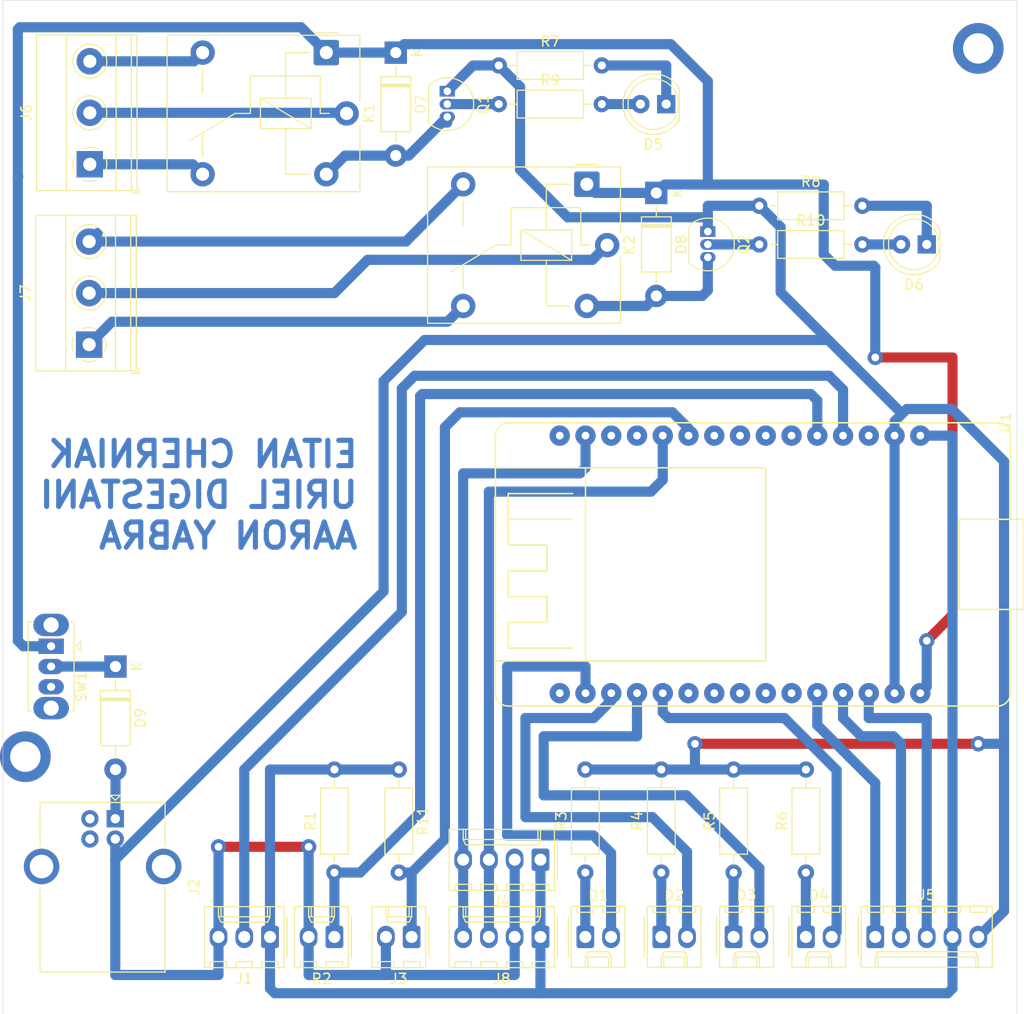
<source format=kicad_pcb>
(kicad_pcb (version 20240108) (generator "pcbnew") (generator_version "8.0")
  (layers (0 "F.Cu" signal) (31 "B.Cu" signal) (34 "B.Paste" user) (35 "F.Paste" user) (36 "B.SilkS" user "B.Silkscreen") (37 "F.SilkS" user "F.Silkscreen") (38 "B.Mask" user) (39 "F.Mask" user) (44 "Edge.Cuts" user))
  (net 0 "")
  (net 1 "LED1")
  (net 2 "Net-(D1-K)")
  (net 3 "Net-(D2-K)")
  (net 4 "LED2")
  (net 5 "LED3")
  (net 6 "Net-(D3-K)")
  (net 7 "Net-(D4-K)")
  (net 8 "LED4")
  (net 9 "RELE1")
  (net 10 "Net-(D5-K)")
  (net 11 "Net-(D6-K)")
  (net 12 "RELE2")
  (net 13 "Net-(D7-A)")
  (net 14 "+5V")
  (net 15 "Net-(D8-A)")
  (net 16 "SWITCH")
  (net 17 "Net-(D9-A)")
  (net 18 "SENSOR CORRIENTE")
  (net 19 "GND")
  (net 24 "SENSOR MAGNETICO")
  (net 25 "SDA")
  (net 26 "SCL")
  (net 27 "VY")
  (net 28 "VX")
  (net 29 "BTN")
  (net 30 "Net-(J6-Pin_3)")
  (net 31 "Net-(J6-Pin_2)")
  (net 32 "Net-(J6-Pin_1)")
  (net 33 "Net-(J7-Pin_3)")
  (net 34 "Net-(J7-Pin_1)")
  (net 35 "Net-(J7-Pin_2)")
  (net 36 "Net-(Q1-B)")
  (net 37 "Net-(Q2-B)")
  (net 38 "LDR")
  (net 39 "+3V3")
  (footprint "Button_Switch_THT:SW_Slide_SPDT_Straight_CK_OS102011MS2Q" (layer "F.Cu") (at 157.48 95.79 -90)
    (property "Reference" "SW1" (at 3.99 -2.99 90) (layer "F.SilkS"))
    (property "Value" "SW_Nidec_CAS-120A1")
    (pad "" thru_hole oval (at -2.1 0 270) (size 2.2 3.5) (drill 1.5) (layers "*.Cu" "*.Mask"))
    (pad "" thru_hole oval (at 6.1 0 270) (size 2.2 3.5) (drill 1.5) (layers "*.Cu" "*.Mask"))
    (pad "1" thru_hole rect (at 0 0 270) (size 1.5 2.5) (drill 0.8) (layers "*.Cu" "*.Mask") (net 14 "+5V"))
    (pad "2" thru_hole oval (at 2 0 270) (size 1.5 2.5) (drill 0.8) (layers "*.Cu" "*.Mask") (net 16 "SWITCH"))
    (pad "3" thru_hole oval (at 4 0 270) (size 1.5 2.5) (drill 0.8) (layers "*.Cu" "*.Mask"))
  )
  (footprint "Connector_USB:USB_B_OST_USB-B1HSxx_Horizontal" (layer "F.Cu") (at 163.81 112.8025 -90)
    (property "Reference" "J2" (at 6.76 -7.77 90) (layer "F.SilkS"))
    (property "Value" "USB_B")
    (pad "1" thru_hole rect (at 0 0 270) (size 1.7 1.7) (drill 0.92) (layers "*.Cu" "*.Mask") (net 17 "Net-(D9-A)"))
    (pad "2" thru_hole circle (at 0 2.5 270) (size 1.7 1.7) (drill 0.92) (layers "*.Cu" "*.Mask"))
    (pad "3" thru_hole circle (at 2 2.5 270) (size 1.7 1.7) (drill 0.92) (layers "*.Cu" "*.Mask"))
    (pad "4" thru_hole circle (at 2 0 270) (size 1.7 1.7) (drill 0.92) (layers "*.Cu" "*.Mask") (net 19 "GND"))
    (pad "5" thru_hole circle (at 4.71 -4.77 270) (size 3.5 3.5) (drill 2.33) (layers "*.Cu" "*.Mask"))
    (pad "5" thru_hole circle (at 4.71 7.27 270) (size 3.5 3.5) (drill 2.33) (layers "*.Cu" "*.Mask"))
  )
  (footprint "Connector_Molex:Molex_KK-254_AE-6410-04A_1x04_P2.54mm_Vertical" (layer "F.Cu") (at 205.74 116.84 180)
    (property "Reference" "J4" (at 3.81 -4.12 180) (layer "F.SilkS"))
    (property "Value" "Conn_01x04")
    (pad "1" thru_hole roundrect (at 0 0 180) (size 1.74 2.19) (drill 1.19) (layers "*.Cu" "*.Mask") (roundrect_rratio 0.143678) (net 39 "+3V3"))
    (pad "2" thru_hole oval (at 2.54 0 180) (size 1.74 2.19) (drill 1.19) (layers "*.Cu" "*.Mask") (net 19 "GND"))
    (pad "3" thru_hole oval (at 5.08 0 180) (size 1.74 2.19) (drill 1.19) (layers "*.Cu" "*.Mask") (net 25 "SDA"))
    (pad "4" thru_hole oval (at 7.62 0 180) (size 1.74 2.19) (drill 1.19) (layers "*.Cu" "*.Mask") (net 26 "SCL"))
  )
  (footprint "Connector_Molex:Molex_KK-254_AE-6410-02A_1x02_P2.54mm_Vertical" (layer "F.Cu") (at 210.165 124.46)
    (property "Reference" "D1" (at 1.27 -4.12 0) (layer "F.SilkS"))
    (property "Value" "LED")
    (pad "1" thru_hole roundrect (at 0 0) (size 1.74 2.19) (drill 1.19) (layers "*.Cu" "*.Mask") (roundrect_rratio 0.143678) (net 2 "Net-(D1-K)"))
    (pad "2" thru_hole oval (at 2.54 0) (size 1.74 2.19) (drill 1.19) (layers "*.Cu" "*.Mask") (net 1 "LED1"))
  )
  (footprint "Resistor_THT:R_Axial_DIN0207_L6.3mm_D2.5mm_P10.16mm_Horizontal" (layer "F.Cu") (at 217.66 118.11 90)
    (property "Reference" "R4" (at 5.08 -2.37 -90) (layer "F.SilkS"))
    (property "Value" "R_US")
    (pad "1" thru_hole circle (at 0 0 90) (size 1.6 1.6) (drill 0.8) (layers "*.Cu" "*.Mask") (net 3 "Net-(D2-K)"))
    (pad "2" thru_hole oval (at 10.16 0 90) (size 1.6 1.6) (drill 0.8) (layers "*.Cu" "*.Mask") (net 19 "GND"))
  )
  (footprint "Resistor_THT:R_Axial_DIN0207_L6.3mm_D2.5mm_P10.16mm_Horizontal" (layer "F.Cu") (at 231.92 118.11 90)
    (property "Reference" "R6" (at 5.08 -2.37 -90) (layer "F.SilkS"))
    (property "Value" "R_US")
    (pad "1" thru_hole circle (at 0 0 90) (size 1.6 1.6) (drill 0.8) (layers "*.Cu" "*.Mask") (net 7 "Net-(D4-K)"))
    (pad "2" thru_hole oval (at 10.16 0 90) (size 1.6 1.6) (drill 0.8) (layers "*.Cu" "*.Mask") (net 19 "GND"))
  )
  (footprint "Diode_THT:D_DO-41_SOD81_P10.16mm_Horizontal" (layer "F.Cu") (at 191.47375 37.2425 -90)
    (property "Reference" "D7" (at 5.08 -2.47 90) (layer "F.SilkS"))
    (property "Value" "1N4007")
    (fp_text user "K" (at 0 -2.1 90) (layer "F.SilkS"))
    (pad "1" thru_hole rect (at 0 0 270) (size 2.2 2.2) (drill 1.1) (layers "*.Cu" "*.Mask") (net 14 "+5V"))
    (pad "2" thru_hole oval (at 10.16 0 270) (size 2.2 2.2) (drill 1.1) (layers "*.Cu" "*.Mask") (net 13 "Net-(D7-A)"))
  )
  (footprint "Resistor_THT:R_Axial_DIN0207_L6.3mm_D2.5mm_P10.16mm_Horizontal" (layer "F.Cu") (at 191.77 107.95 -90)
    (property "Reference" "R11" (at 5.08 -2.37 90) (layer "F.SilkS"))
    (property "Value" "10K")
    (pad "1" thru_hole circle (at 0 0 270) (size 1.6 1.6) (drill 0.8) (layers "*.Cu" "*.Mask") (net 39 "+3V3"))
    (pad "2" thru_hole oval (at 10.16 0 270) (size 1.6 1.6) (drill 0.8) (layers "*.Cu" "*.Mask") (net 24 "SENSOR MAGNETICO"))
  )
  (footprint "Diode_THT:D_DO-41_SOD81_P10.16mm_Horizontal" (layer "F.Cu") (at 163.83 97.79 -90)
    (property "Reference" "D9" (at 5.08 -2.47 90) (layer "F.SilkS"))
    (property "Value" "1N4007")
    (fp_text user "K" (at 0 -2.1 90) (layer "F.SilkS"))
    (pad "1" thru_hole rect (at 0 0 270) (size 2.2 2.2) (drill 1.1) (layers "*.Cu" "*.Mask") (net 16 "SWITCH"))
    (pad "2" thru_hole oval (at 10.16 0 270) (size 2.2 2.2) (drill 1.1) (layers "*.Cu" "*.Mask") (net 17 "Net-(D9-A)"))
  )
  (footprint "Connector_Molex:Molex_KK-254_AE-6410-02A_1x02_P2.54mm_Vertical" (layer "F.Cu") (at 185.42 124.46 180)
    (property "Reference" "R2" (at 1.27 -4.12 180) (layer "F.SilkS"))
    (property "Value" "LDR07")
    (pad "1" thru_hole roundrect (at 0 0 180) (size 1.74 2.19) (drill 1.19) (layers "*.Cu" "*.Mask") (roundrect_rratio 0.143678) (net 38 "LDR"))
    (pad "2" thru_hole oval (at 2.54 0 180) (size 1.74 2.19) (drill 1.19) (layers "*.Cu" "*.Mask") (net 19 "GND"))
  )
  (footprint "Connector_Molex:Molex_KK-254_AE-6410-02A_1x02_P2.54mm_Vertical" (layer "F.Cu") (at 193.04 124.46 180)
    (property "Reference" "J3" (at 1.27 -4.12 180) (layer "F.SilkS"))
    (property "Value" "Conn_01x02")
    (pad "1" thru_hole roundrect (at 0 0 180) (size 1.74 2.19) (drill 1.19) (layers "*.Cu" "*.Mask") (roundrect_rratio 0.143678) (net 24 "SENSOR MAGNETICO"))
    (pad "2" thru_hole oval (at 2.54 0 180) (size 1.74 2.19) (drill 1.19) (layers "*.Cu" "*.Mask") (net 19 "GND"))
  )
  (footprint "Package_TO_SOT_THT:TO-92_Inline" (layer "F.Cu") (at 196.55375 41.0525 -90)
    (property "Reference" "Q1" (at 1.27 -3.56 90) (layer "F.SilkS"))
    (property "Value" "S8050")
    (pad "1" thru_hole rect (at 0 0 270) (size 1.05 1.5) (drill 0.75) (layers "*.Cu" "*.Mask") (net 19 "GND"))
    (pad "2" thru_hole oval (at 1.27 0 270) (size 1.05 1.5) (drill 0.75) (layers "*.Cu" "*.Mask") (net 36 "Net-(Q1-B)"))
    (pad "3" thru_hole oval (at 2.54 0 270) (size 1.05 1.5) (drill 0.75) (layers "*.Cu" "*.Mask") (net 13 "Net-(D7-A)"))
  )
  (footprint "Resistor_THT:R_Axial_DIN0207_L6.3mm_D2.5mm_P10.16mm_Horizontal" (layer "F.Cu") (at 224.79 118.11 90)
    (property "Reference" "R5" (at 5.08 -2.37 -90) (layer "F.SilkS"))
    (property "Value" "R_US")
    (pad "1" thru_hole circle (at 0 0 90) (size 1.6 1.6) (drill 0.8) (layers "*.Cu" "*.Mask") (net 6 "Net-(D3-K)"))
    (pad "2" thru_hole oval (at 10.16 0 90) (size 1.6 1.6) (drill 0.8) (layers "*.Cu" "*.Mask") (net 19 "GND"))
  )
  (footprint "Resistor_THT:R_Axial_DIN0207_L6.3mm_D2.5mm_P10.16mm_Horizontal" (layer "F.Cu") (at 227.33 56.1625)
    (property "Reference" "R10" (at 5.08 -2.37 0) (layer "F.SilkS"))
    (property "Value" "220")
    (pad "1" thru_hole circle (at 0 0) (size 1.6 1.6) (drill 0.8) (layers "*.Cu" "*.Mask") (net 37 "Net-(Q2-B)"))
    (pad "2" thru_hole oval (at 10.16 0) (size 1.6 1.6) (drill 0.8) (layers "*.Cu" "*.Mask") (net 12 "RELE2"))
  )
  (footprint "DOIT_ESP32:DOIT_ESP32_Devkit_mirko" (layer "F.Cu") (at 252.095 73.7475 -90)
    (property "Reference" "U1" (at 0 0.5 90) (layer "F.SilkS"))
    (property "Value" "ESP32-Devkit-V1")
    (pad "1" thru_hole circle (at 26.67 8.89 270) (size 2 2) (drill 0.762) (layers "*.Cu" "*.Mask") (net 14 "+5V"))
    (pad "2" thru_hole circle (at 26.67 11.43 270) (size 2 2) (drill 0.762) (layers "*.Cu" "*.Mask") (net 19 "GND"))
    (pad "3" thru_hole circle (at 26.67 13.97 270) (size 2 2) (drill 0.762) (layers "*.Cu" "*.Mask") (net 28 "VX"))
    (pad "4" thru_hole circle (at 26.67 16.51 270) (size 2 2) (drill 0.762) (layers "*.Cu" "*.Mask") (net 27 "VY"))
    (pad "5" thru_hole circle (at 26.67 19.05 270) (size 2 2) (drill 0.762) (layers "*.Cu" "*.Mask") (net 29 "BTN"))
    (pad "6" thru_hole circle (at 26.67 21.59 270) (size 2 2) (drill 0.762) (layers "*.Cu" "*.Mask"))
    (pad "7" thru_hole circle (at 26.67 24.13 270) (size 2 2) (drill 0.762) (layers "*.Cu" "*.Mask"))
    (pad "8" thru_hole circle (at 26.67 26.67 270) (size 2 2) (drill 0.762) (layers "*.Cu" "*.Mask"))
    (pad "9" thru_hole circle (at 26.67 29.21 270) (size 2 2) (drill 0.762) (layers "*.Cu" "*.Mask"))
    (pad "10" thru_hole circle (at 26.67 31.75 270) (size 2 2) (drill 0.762) (layers "*.Cu" "*.Mask"))
    (pad "11" thru_hole circle (at 26.67 34.29 270) (size 2 2) (drill 0.762) (layers "*.Cu" "*.Mask") (net 8 "LED4"))
    (pad "12" thru_hole circle (at 26.67 36.83 270) (size 2 2) (drill 0.762) (layers "*.Cu" "*.Mask") (net 5 "LED3"))
    (pad "13" thru_hole circle (at 26.67 39.37 270) (size 2 2) (drill 0.762) (layers "*.Cu" "*.Mask") (net 4 "LED2"))
    (pad "14" thru_hole circle (at 26.67 41.91 270) (size 2 2) (drill 0.762) (layers "*.Cu" "*.Mask") (net 1 "LED1"))
    (pad "15" thru_hole circle (at 26.67 44.45 270) (size 2 2) (drill 0.762) (layers "*.Cu" "*.Mask"))
    (pad "16" thru_hole circle (at 1.27 44.45 270) (size 2 2) (drill 0.762) (layers "*.Cu" "*.Mask"))
    (pad "17" thru_hole circle (at 1.27 41.91 270) (size 2 2) (drill 0.762) (layers "*.Cu" "*.Mask") (net 26 "SCL"))
    (pad "18" thru_hole circle (at 1.27 39.37 270) (size 2 2) (drill 0.762) (layers "*.Cu" "*.Mask"))
    (pad "19" thru_hole circle (at 1.27 36.83 270) (size 2 2) (drill 0.762) (layers "*.Cu" "*.Mask"))
    (pad "20" thru_hole circle (at 1.27 34.29 270) (size 2 2) (drill 0.762) (layers "*.Cu" "*.Mask") (net 25 "SDA"))
    (pad "21" thru_hole circle (at 1.27 31.75 270) (size 2 2) (drill 0.762) (layers "*.Cu" "*.Mask") (net 24 "SENSOR MAGNETICO"))
    (pad "22" thru_hole circle (at 1.27 29.21 270) (size 2 2) (drill 0.762) (layers "*.Cu" "*.Mask"))
    (pad "23" thru_hole circle (at 1.27 26.67 270) (size 2 2) (drill 0.762) (layers "*.Cu" "*.Mask"))
    (pad "24" thru_hole circle (at 1.27 24.13 270) (size 2 2) (drill 0.762) (layers "*.Cu" "*.Mask"))
    (pad "25" thru_hole circle (at 1.27 21.59 270) (size 2 2) (drill 0.762) (layers "*.Cu" "*.Mask"))
    (pad "26" thru_hole circle (at 1.27 19.05 270) (size 2 2) (drill 0.762) (layers "*.Cu" "*.Mask") (net 38 "LDR"))
    (pad "27" thru_hole circle (at 1.27 16.51 270) (size 2 2) (drill 0.762) (layers "*.Cu" "*.Mask") (net 18 "SENSOR CORRIENTE"))
    (pad "28" thru_hole circle (at 1.27 13.97 270) (size 2 2) (drill 0.762) (layers "*.Cu" "*.Mask"))
    (pad "29" thru_hole circle (at 1.27 11.43 270) (size 2 2) (drill 0.762) (layers "*.Cu" "*.Mask") (net 19 "GND"))
    (pad "30" thru_hole circle (at 1.27 8.89 270) (size 2 2) (drill 0.762) (layers "*.Cu" "*.Mask") (net 39 "+3V3"))
  )
  (footprint "Connector_Molex:Molex_KK-254_AE-6410-02A_1x02_P2.54mm_Vertical" (layer "F.Cu") (at 224.79 124.46)
    (property "Reference" "D3" (at 1.27 -4.12 0) (layer "F.SilkS"))
    (property "Value" "LED")
    (pad "1" thru_hole roundrect (at 0 0) (size 1.74 2.19) (drill 1.19) (layers "*.Cu" "*.Mask") (roundrect_rratio 0.143678) (net 6 "Net-(D3-K)"))
    (pad "2" thru_hole oval (at 2.54 0) (size 1.74 2.19) (drill 1.19) (layers "*.Cu" "*.Mask") (net 5 "LED3"))
  )
  (footprint "LED_THT:LED_D5.0mm" (layer "F.Cu") (at 218.14375 42.3225 180)
    (property "Reference" "D5" (at 1.27 -3.96 180) (layer "F.SilkS"))
    (property "Value" "LED")
    (pad "1" thru_hole rect (at 0 0 180) (size 1.8 1.8) (drill 0.9) (layers "*.Cu" "*.Mask") (net 10 "Net-(D5-K)"))
    (pad "2" thru_hole circle (at 2.54 0 180) (size 1.8 1.8) (drill 0.9) (layers "*.Cu" "*.Mask") (net 9 "RELE1"))
  )
  (footprint "Resistor_THT:R_Axial_DIN0207_L6.3mm_D2.5mm_P10.16mm_Horizontal" (layer "F.Cu") (at 185.42 118.11 90)
    (property "Reference" "R1" (at 5.08 -2.37 -90) (layer "F.SilkS"))
    (property "Value" "10K")
    (pad "1" thru_hole circle (at 0 0 90) (size 1.6 1.6) (drill 0.8) (layers "*.Cu" "*.Mask") (net 38 "LDR"))
    (pad "2" thru_hole oval (at 10.16 0 90) (size 1.6 1.6) (drill 0.8) (layers "*.Cu" "*.Mask") (net 39 "+3V3"))
  )
  (footprint "Connector_Molex:Molex_KK-254_AE-6410-05A_1x05_P2.54mm_Vertical" (layer "F.Cu") (at 238.76 124.46)
    (property "Reference" "J5" (at 5.08 -4.12 0) (layer "F.SilkS"))
    (property "Value" "Conn_01x05")
    (pad "1" thru_hole roundrect (at 0 0) (size 1.74 2.19) (drill 1.19) (layers "*.Cu" "*.Mask") (roundrect_rratio 0.143678) (net 29 "BTN"))
    (pad "2" thru_hole oval (at 2.54 0) (size 1.74 2.19) (drill 1.19) (layers "*.Cu" "*.Mask") (net 27 "VY"))
    (pad "3" thru_hole oval (at 5.08 0) (size 1.74 2.19) (drill 1.19) (layers "*.Cu" "*.Mask") (net 28 "VX"))
    (pad "4" thru_hole oval (at 7.62 0) (size 1.74 2.19) (drill 1.19) (layers "*.Cu" "*.Mask") (net 39 "+3V3"))
    (pad "5" thru_hole oval (at 10.16 0) (size 1.74 2.19) (drill 1.19) (layers "*.Cu" "*.Mask") (net 19 "GND"))
  )
  (footprint "Connector_Molex:Molex_KK-254_AE-6410-04A_1x04_P2.54mm_Vertical" (layer "F.Cu") (at 205.74 124.46 180)
    (property "Reference" "J8" (at 3.81 -4.12 180) (layer "F.SilkS"))
    (property "Value" "Conn_01x04")
    (pad "1" thru_hole roundrect (at 0 0 180) (size 1.74 2.19) (drill 1.19) (layers "*.Cu" "*.Mask") (roundrect_rratio 0.143678) (net 39 "+3V3"))
    (pad "2" thru_hole oval (at 2.54 0 180) (size 1.74 2.19) (drill 1.19) (layers "*.Cu" "*.Mask") (net 19 "GND"))
    (pad "3" thru_hole oval (at 5.08 0 180) (size 1.74 2.19) (drill 1.19) (layers "*.Cu" "*.Mask") (net 25 "SDA"))
    (pad "4" thru_hole oval (at 7.62 0 180) (size 1.74 2.19) (drill 1.19) (layers "*.Cu" "*.Mask") (net 26 "SCL"))
  )
  (footprint "Connector_Molex:Molex_KK-254_AE-6410-02A_1x02_P2.54mm_Vertical" (layer "F.Cu") (at 231.92 124.46)
    (property "Reference" "D4" (at 1.27 -4.12 0) (layer "F.SilkS"))
    (property "Value" "LED")
    (pad "1" thru_hole roundrect (at 0 0) (size 1.74 2.19) (drill 1.19) (layers "*.Cu" "*.Mask") (roundrect_rratio 0.143678) (net 7 "Net-(D4-K)"))
    (pad "2" thru_hole oval (at 2.54 0) (size 1.74 2.19) (drill 1.19) (layers "*.Cu" "*.Mask") (net 8 "LED4"))
  )
  (footprint "TerminalBlock_Phoenix:TerminalBlock_Phoenix_MKDS-1,5-3-5.08_1x03_P5.08mm_Horizontal" (layer "F.Cu") (at 161.29875 48.26 90)
    (property "Reference" "J6" (at 5.08 -6.26 -90) (layer "F.SilkS"))
    (property "Value" "BORNERA RELLE")
    (pad "1" thru_hole rect (at 0 0 90) (size 2.6 2.6) (drill 1.3) (layers "*.Cu" "*.Mask") (net 32 "Net-(J6-Pin_1)"))
    (pad "2" thru_hole circle (at 5.08 0 90) (size 2.6 2.6) (drill 1.3) (layers "*.Cu" "*.Mask") (net 31 "Net-(J6-Pin_2)"))
    (pad "3" thru_hole circle (at 10.16 0 90) (size 2.6 2.6) (drill 1.3) (layers "*.Cu" "*.Mask") (net 30 "Net-(J6-Pin_3)"))
  )
  (footprint "Connector_Molex:Molex_KK-254_AE-6410-02A_1x02_P2.54mm_Vertical" (layer "F.Cu") (at 217.66 124.46)
    (property "Reference" "D2" (at 1.27 -4.12 0) (layer "F.SilkS"))
    (property "Value" "LED")
    (pad "1" thru_hole roundrect (at 0 0) (size 1.74 2.19) (drill 1.19) (layers "*.Cu" "*.Mask") (roundrect_rratio 0.143678) (net 3 "Net-(D2-K)"))
    (pad "2" thru_hole oval (at 2.54 0) (size 1.74 2.19) (drill 1.19) (layers "*.Cu" "*.Mask") (net 4 "LED2"))
  )
  (footprint "Resistor_THT:R_Axial_DIN0207_L6.3mm_D2.5mm_P10.16mm_Horizontal" (layer "F.Cu") (at 201.63375 38.5125)
    (property "Reference" "R7" (at 5.08 -2.37 0) (layer "F.SilkS"))
    (property "Value" "165")
    (pad "1" thru_hole circle (at 0 0) (size 1.6 1.6) (drill 0.8) (layers "*.Cu" "*.Mask") (net 19 "GND"))
    (pad "2" thru_hole oval (at 10.16 0) (size 1.6 1.6) (drill 0.8) (layers "*.Cu" "*.Mask") (net 10 "Net-(D5-K)"))
  )
  (footprint "Resistor_THT:R_Axial_DIN0207_L6.3mm_D2.5mm_P10.16mm_Horizontal" (layer "F.Cu") (at 210.165 118.11 90)
    (property "Reference" "R3" (at 5.08 -2.37 -90) (layer "F.SilkS"))
    (property "Value" "R_US")
    (pad "1" thru_hole circle (at 0 0 90) (size 1.6 1.6) (drill 0.8) (layers "*.Cu" "*.Mask") (net 2 "Net-(D1-K)"))
    (pad "2" thru_hole oval (at 10.16 0 90) (size 1.6 1.6) (drill 0.8) (layers "*.Cu" "*.Mask") (net 19 "GND"))
  )
  (footprint "LED_THT:LED_D5.0mm" (layer "F.Cu") (at 243.84 56.1625 180)
    (property "Reference" "D6" (at 1.27 -3.96 180) (layer "F.SilkS"))
    (property "Value" "LED")
    (pad "1" thru_hole rect (at 0 0 180) (size 1.8 1.8) (drill 0.9) (layers "*.Cu" "*.Mask") (net 11 "Net-(D6-K)"))
    (pad "2" thru_hole circle (at 2.54 0 180) (size 1.8 1.8) (drill 0.9) (layers "*.Cu" "*.Mask") (net 12 "RELE2"))
  )
  (footprint "Resistor_THT:R_Axial_DIN0207_L6.3mm_D2.5mm_P10.16mm_Horizontal" (layer "F.Cu") (at 227.33 52.3525)
    (property "Reference" "R8" (at 5.08 -2.37 0) (layer "F.SilkS"))
    (property "Value" "165")
    (pad "1" thru_hole circle (at 0 0) (size 1.6 1.6) (drill 0.8) (layers "*.Cu" "*.Mask") (net 19 "GND"))
    (pad "2" thru_hole oval (at 10.16 0) (size 1.6 1.6) (drill 0.8) (layers "*.Cu" "*.Mask") (net 11 "Net-(D6-K)"))
  )
  (footprint "Relay_THT:Relay_SPDT_Finder_36.11" (layer "F.Cu") (at 184.62375 37.2425 -90)
    (property "Reference" "K1" (at 6 -4.2 90) (layer "F.SilkS"))
    (property "Value" "Relay_SPDT")
    (pad "11" thru_hole circle (at 6 -2 270) (size 2.4 2.4) (drill 1.3) (layers "*.Cu" "*.Mask") (net 31 "Net-(J6-Pin_2)") (clearance 0.2))
    (pad "12" thru_hole circle (at 12 12.2 270) (size 2.4 2.4) (drill 1.3) (layers "*.Cu" "*.Mask") (net 32 "Net-(J6-Pin_1)"))
    (pad "14" thru_hole circle (at 0 12.2 270) (size 2.4 2.4) (drill 1.3) (layers "*.Cu" "*.Mask") (net 30 "Net-(J6-Pin_3)"))
    (pad "A1" thru_hole roundrect (at 0 0 270) (size 2.5 2.5) (drill 1.3) (layers "*.Cu" "*.Mask") (roundrect_rratio 0.1) (net 14 "+5V"))
    (pad "A2" thru_hole circle (at 12 0 270) (size 2.4 2.4) (drill 1.3) (layers "*.Cu" "*.Mask") (net 13 "Net-(D7-A)"))
  )
  (footprint "Package_TO_SOT_THT:TO-92_Inline" (layer "F.Cu") (at 222.25 54.8925 -90)
    (property "Reference" "Q2" (at 1.27 -3.56 90) (layer "F.SilkS"))
    (property "Value" "S8050")
    (pad "1" thru_hole rect (at 0 0 270) (size 1.05 1.5) (drill 0.75) (layers "*.Cu" "*.Mask") (net 19 "GND"))
    (pad "2" thru_hole oval (at 1.27 0 270) (size 1.05 1.5) (drill 0.75) (layers "*.Cu" "*.Mask") (net 37 "Net-(Q2-B)"))
    (pad "3" thru_hole oval (at 2.54 0 270) (size 1.05 1.5) (drill 0.75) (layers "*.Cu" "*.Mask") (net 15 "Net-(D8-A)"))
  )
  (footprint "Connector_Molex:Molex_KK-254_AE-6410-03A_1x03_P2.54mm_Vertical" (layer "F.Cu") (at 179.07 124.46 180)
    (property "Reference" "J1" (at 2.54 -4.12 180) (layer "F.SilkS"))
    (property "Value" "Conn_01x03")
    (pad "1" thru_hole roundrect (at 0 0 180) (size 1.74 2.19) (drill 1.19) (layers "*.Cu" "*.Mask") (roundrect_rratio 0.143678) (net 39 "+3V3"))
    (pad "2" thru_hole oval (at 2.54 0 180) (size 1.74 2.19) (drill 1.19) (layers "*.Cu" "*.Mask") (net 18 "SENSOR CORRIENTE"))
    (pad "3" thru_hole oval (at 5.08 0 180) (size 1.74 2.19) (drill 1.19) (layers "*.Cu" "*.Mask") (net 19 "GND"))
  )
  (footprint "TerminalBlock_Phoenix:TerminalBlock_Phoenix_MKDS-1,5-3-5.08_1x03_P5.08mm_Horizontal" (layer "F.Cu") (at 161.23 66.04 90)
    (property "Reference" "J7" (at 5.08 -6.26 -90) (layer "F.SilkS"))
    (property "Value" "BORNERA RELLE")
    (pad "1" thru_hole rect (at 0 0 90) (size 2.6 2.6) (drill 1.3) (layers "*.Cu" "*.Mask") (net 34 "Net-(J7-Pin_1)"))
    (pad "2" thru_hole circle (at 5.08 0 90) (size 2.6 2.6) (drill 1.3) (layers "*.Cu" "*.Mask") (net 35 "Net-(J7-Pin_2)"))
    (pad "3" thru_hole circle (at 10.16 0 90) (size 2.6 2.6) (drill 1.3) (layers "*.Cu" "*.Mask") (net 33 "Net-(J7-Pin_3)"))
  )
  (footprint "Diode_THT:D_DO-41_SOD81_P10.16mm_Horizontal" (layer "F.Cu") (at 217.17 51.0825 -90)
    (property "Reference" "D8" (at 5.08 -2.47 90) (layer "F.SilkS"))
    (property "Value" "1N4007")
    (fp_text user "K" (at 0 -2.1 90) (layer "F.SilkS"))
    (pad "1" thru_hole rect (at 0 0 270) (size 2.2 2.2) (drill 1.1) (layers "*.Cu" "*.Mask") (net 14 "+5V"))
    (pad "2" thru_hole oval (at 10.16 0 270) (size 2.2 2.2) (drill 1.1) (layers "*.Cu" "*.Mask") (net 15 "Net-(D8-A)"))
  )
  (footprint "Relay_THT:Relay_SPDT_Finder_36.11" (layer "F.Cu") (at 210.32 50.23 -90)
    (property "Reference" "K2" (at 6 -4.2 90) (layer "F.SilkS"))
    (property "Value" "Relay_SPDT")
    (pad "11" thru_hole circle (at 6 -2 270) (size 2.4 2.4) (drill 1.3) (layers "*.Cu" "*.Mask") (net 35 "Net-(J7-Pin_2)") (clearance 0.2))
    (pad "12" thru_hole circle (at 12 12.2 270) (size 2.4 2.4) (drill 1.3) (layers "*.Cu" "*.Mask") (net 34 "Net-(J7-Pin_1)"))
    (pad "14" thru_hole circle (at 0 12.2 270) (size 2.4 2.4) (drill 1.3) (layers "*.Cu" "*.Mask") (net 33 "Net-(J7-Pin_3)"))
    (pad "A1" thru_hole roundrect (at 0 0 270) (size 2.5 2.5) (drill 1.3) (layers "*.Cu" "*.Mask") (roundrect_rratio 0.1) (net 14 "+5V"))
    (pad "A2" thru_hole circle (at 12 0 270) (size 2.4 2.4) (drill 1.3) (layers "*.Cu" "*.Mask") (net 15 "Net-(D8-A)"))
  )
  (footprint "Resistor_THT:R_Axial_DIN0207_L6.3mm_D2.5mm_P10.16mm_Horizontal" (layer "F.Cu") (at 201.63375 42.3225)
    (property "Reference" "R9" (at 5.08 -2.37 0) (layer "F.SilkS"))
    (property "Value" "220")
    (pad "1" thru_hole circle (at 0 0) (size 1.6 1.6) (drill 0.8) (layers "*.Cu" "*.Mask") (net 36 "Net-(Q1-B)"))
    (pad "2" thru_hole oval (at 10.16 0) (size 1.6 1.6) (drill 0.8) (layers "*.Cu" "*.Mask") (net 9 "RELE1"))
  )
  (gr_rect (start 152.73 32.08) (end 252.73 132.08) (stroke (width 0.05)) (fill none) (layer "Edge.Cuts"))
  (gr_text "EITAN CHERNIAK\nURIEL DIGESTANI\nAARON YABRA" (at 187.96 86.36 0) (layer "B.Cu") (effects (font (size 2.5 2.5) (thickness 0.5) (bold yes)) (justify left bottom mirror)))
  (via (at 248.92 36.83) (size 5) (drill 3) (layers "F.Cu" "B.Cu") (net 0))
  (via (at 154.94 106.68) (size 5) (drill 3) (layers "F.Cu" "B.Cu") (net 0))
  (segment (start 210.965 114.445) (end 212.705 116.185) (width 1) (layer "B.Cu") (net 1))
  (segment (start 210.185 100.4175) (end 210.185 97.79) (width 1) (layer "B.Cu") (net 1))
  (segment (start 210.185 97.79) (end 202.46 97.79) (width 1) (layer "B.Cu") (net 1))
  (segment (start 202.46 114.445) (end 210.965 114.445) (width 1) (layer "B.Cu") (net 1))
  (segment (start 212.705 116.185) (end 212.705 124.46) (width 1) (layer "B.Cu") (net 1))
  (segment (start 202.46 97.79) (end 202.46 114.445) (width 1) (layer "B.Cu") (net 1))
  (segment (start 210.165 118.11) (end 210.165 124.46) (width 1) (layer "B.Cu") (net 2))
  (segment (start 217.66 118.11) (end 217.66 124.46) (width 1) (layer "B.Cu") (net 3))
  (segment (start 210.990776 102.87) (end 204.26 102.87) (width 1) (layer "B.Cu") (net 4))
  (segment (start 204.26 102.87) (end 204.26 112.645) (width 1) (layer "B.Cu") (net 4))
  (segment (start 212.725 101.135776) (end 210.990776 102.87) (width 1) (layer "B.Cu") (net 4))
  (segment (start 204.26 112.645) (end 216.785 112.645) (width 1) (layer "B.Cu") (net 4))
  (segment (start 216.785 112.645) (end 220.2 116.06) (width 1) (layer "B.Cu") (net 4))
  (segment (start 220.2 116.06) (end 220.2 124.46) (width 1) (layer "B.Cu") (net 4))
  (segment (start 212.725 100.4175) (end 212.725 101.135776) (width 1) (layer "B.Cu") (net 4))
  (segment (start 215.265 100.4175) (end 215.265 104.67) (width 1) (layer "B.Cu") (net 5))
  (segment (start 206.06 110.49) (end 220.139849 110.49) (width 1) (layer "B.Cu") (net 5))
  (segment (start 227.33 117.680151) (end 227.33 124.46) (width 1) (layer "B.Cu") (net 5))
  (segment (start 220.139849 110.49) (end 227.33 117.680151) (width 1) (layer "B.Cu") (net 5))
  (segment (start 215.265 104.67) (end 206.06 104.67) (width 1) (layer "B.Cu") (net 5))
  (segment (start 206.06 104.67) (end 206.06 110.49) (width 1) (layer "B.Cu") (net 5))
  (segment (start 224.79 118.11) (end 224.79 124.46) (width 1) (layer "B.Cu") (net 6))
  (segment (start 231.92 118.11) (end 231.92 124.46) (width 1) (layer "B.Cu") (net 7))
  (segment (start 217.805 100.4175) (end 217.805 102.317596) (width 1) (layer "B.Cu") (net 8))
  (segment (start 234.95 108.010151) (end 234.95 123.97) (width 1) (layer "B.Cu") (net 8))
  (segment (start 229.809849 102.87) (end 234.95 108.010151) (width 1) (layer "B.Cu") (net 8))
  (segment (start 234.95 123.97) (end 234.46 124.46) (width 1) (layer "B.Cu") (net 8))
  (segment (start 217.805 102.317596) (end 218.357404 102.87) (width 1) (layer "B.Cu") (net 8))
  (segment (start 218.357404 102.87) (end 229.809849 102.87) (width 1) (layer "B.Cu") (net 8))
  (segment (start 215.60375 42.3225) (end 211.79375 42.3225) (width 1) (layer "B.Cu") (net 9))
  (segment (start 218.14375 38.5125) (end 211.79375 38.5125) (width 1) (layer "B.Cu") (net 10))
  (segment (start 218.14375 42.3225) (end 218.14375 38.5125) (width 1) (layer "B.Cu") (net 10))
  (segment (start 237.49 52.3525) (end 243.84 52.3525) (width 1) (layer "B.Cu") (net 11))
  (segment (start 243.84 52.3525) (end 243.84 56.1625) (width 1) (layer "B.Cu") (net 11))
  (segment (start 237.49 56.1625) (end 241.3 56.1625) (width 1) (layer "B.Cu") (net 12))
  (segment (start 195.99875 44.1475) (end 196.55375 44.1475) (width 1) (layer "B.Cu") (net 13))
  (segment (start 191.47375 47.4025) (end 186.46375 47.4025) (width 1) (layer "B.Cu") (net 13))
  (segment (start 186.46375 47.4025) (end 184.62375 49.2425) (width 1) (layer "B.Cu") (net 13))
  (segment (start 192.74375 47.4025) (end 195.99875 44.1475) (width 1) (layer "B.Cu") (net 13))
  (segment (start 191.47375 47.4025) (end 192.74375 47.4025) (width 1) (layer "B.Cu") (net 13))
  (segment (start 243.84 95.25) (end 246.38 92.71) (width 1) (layer "F.Cu") (net 14))
  (segment (start 246.38 67.31) (end 238.76 67.31) (width 1) (layer "F.Cu") (net 14))
  (segment (start 246.38 92.71) (end 246.38 67.31) (width 1) (layer "F.Cu") (net 14))
  (via (at 243.84 95.25) (size 1.5) (drill 0.762) (layers "F.Cu" "B.Cu") (net 14))
  (via (at 238.76 67.31) (size 1.5) (drill 0.762) (layers "F.Cu" "B.Cu") (net 14))
  (segment (start 233.68 50.2525) (end 222.25 50.2525) (width 1) (layer "B.Cu") (net 14))
  (segment (start 211.1725 51.0825) (end 210.32 50.23) (width 1) (layer "B.Cu") (net 14))
  (segment (start 217.17 51.0825) (end 211.1725 51.0825) (width 1) (layer "B.Cu") (net 14))
  (segment (start 154.74 95.79) (end 157.48 95.79) (width 1) (layer "B.Cu") (net 14))
  (segment (start 243.84 95.25) (end 243.84 99.7825) (width 1) (layer "B.Cu") (net 14))
  (segment (start 154.2 34.932506) (end 154.2 49.53) (width 1) (layer "B.Cu") (net 14))
  (segment (start 222.25 50.2525) (end 218 50.2525) (width 1) (layer "B.Cu") (net 14))
  (segment (start 222.25 40.073166) (end 222.25 50.2525) (width 1) (layer "B.Cu") (net 14))
  (segment (start 184.62375 37.2425) (end 191.47375 37.2425) (width 1) (layer "B.Cu") (net 14))
  (segment (start 192.30375 36.4125) (end 218.589334 36.4125) (width 1) (layer "B.Cu") (net 14))
  (segment (start 238.76 67.31) (end 238.76 58.42) (width 1) (layer "B.Cu") (net 14))
  (segment (start 243.84 99.7825) (end 243.205 100.4175) (width 1) (layer "B.Cu") (net 14))
  (segment (start 238.76 58.42) (end 238.6025 58.2625) (width 1) (layer "B.Cu") (net 14))
  (segment (start 218.589334 36.4125) (end 222.25 40.073166) (width 1) (layer "B.Cu") (net 14))
  (segment (start 154.2 95.25) (end 154.74 95.79) (width 1) (layer "B.Cu") (net 14))
  (segment (start 218 50.2525) (end 217.17 51.0825) (width 1) (layer "B.Cu") (net 14))
  (segment (start 233.68 57.15) (end 233.68 50.2525) (width 1) (layer "B.Cu") (net 14))
  (segment (start 154.2 66.04) (end 154.2 95.25) (width 1) (layer "B.Cu") (net 14))
  (segment (start 154.390006 34.7425) (end 182.12375 34.7425) (width 1) (layer "B.Cu") (net 14))
  (segment (start 154.2 34.932506) (end 154.390006 34.7425) (width 1) (layer "B.Cu") (net 14))
  (segment (start 154.23875 49.49125) (end 154.2 49.53) (width 1) (layer "B.Cu") (net 14))
  (segment (start 191.47375 37.2425) (end 192.30375 36.4125) (width 1) (layer "B.Cu") (net 14))
  (segment (start 238.6025 58.2625) (end 234.7925 58.2625) (width 1) (layer "B.Cu") (net 14))
  (segment (start 154.2 49.53) (end 154.2 66.04) (width 1) (layer "B.Cu") (net 14))
  (segment (start 234.7925 58.2625) (end 233.68 57.15) (width 1) (layer "B.Cu") (net 14))
  (segment (start 182.12375 34.7425) (end 184.62375 37.2425) (width 1) (layer "B.Cu") (net 14))
  (segment (start 222.25 60.6875) (end 222.25 57.9875) (width 1) (layer "B.Cu") (net 15))
  (segment (start 216.1825 62.23) (end 217.17 61.2425) (width 1) (layer "B.Cu") (net 15))
  (segment (start 221.695 61.2425) (end 222.25 60.6875) (width 1) (layer "B.Cu") (net 15))
  (segment (start 217.17 61.2425) (end 221.695 61.2425) (width 1) (layer "B.Cu") (net 15))
  (segment (start 210.32 62.23) (end 216.1825 62.23) (width 1) (layer "B.Cu") (net 15))
  (segment (start 157.48 97.79) (end 163.83 97.79) (width 1) (layer "B.Cu") (net 16))
  (segment (start 163.83 112.6325) (end 163.81 112.6525) (width 1) (layer "B.Cu") (net 17))
  (segment (start 163.83 107.95) (end 163.83 112.6325) (width 1) (layer "B.Cu") (net 17))
  (segment (start 178.324416 106.15) (end 178.33 106.15) (width 1) (layer "B.Cu") (net 18))
  (segment (start 234.2175 69.1175) (end 235.585 70.485) (width 1) (layer "B.Cu") (net 18))
  (segment (start 193.326916 69.1175) (end 234.2175 69.1175) (width 1) (layer "B.Cu") (net 18))
  (segment (start 235.585 70.485) (end 235.585 75.0175) (width 1) (layer "B.Cu") (net 18))
  (segment (start 192.07 70.374416) (end 193.326916 69.1175) (width 1) (layer "B.Cu") (net 18))
  (segment (start 176.53 124.46) (end 176.53 107.944416) (width 1) (layer "B.Cu") (net 18))
  (segment (start 178.33 106.15) (end 192.07 92.41) (width 1) (layer "B.Cu") (net 18))
  (segment (start 176.53 107.944416) (end 178.324416 106.15) (width 1) (layer "B.Cu") (net 18))
  (segment (start 192.07 92.41) (end 192.07 70.374416) (width 1) (layer "B.Cu") (net 18))
  (segment (start 220.98 105.41) (end 248.92 105.41) (width 1) (layer "F.Cu") (net 19))
  (segment (start 175.26 115.57) (end 182.88 115.57) (width 1) (layer "F.Cu") (net 19))
  (segment (start 173.99 115.57) (end 175.26 115.57) (width 1) (layer "F.Cu") (net 19))
  (via (at 220.98 105.41) (size 1.5) (drill 0.762) (layers "F.Cu" "B.Cu") (net 19))
  (via (at 248.92 105.41) (size 1.5) (drill 0.762) (layers "F.Cu" "B.Cu") (net 19))
  (via (at 182.88 115.57) (size 1.5) (drill 0.762) (layers "F.Cu" "B.Cu") (net 19))
  (via (at 173.99 115.57) (size 1.5) (drill 0.762) (layers "F.Cu" "B.Cu") (net 19))
  (segment (start 194.314263 65.584569) (end 234.135431 65.584569) (width 1) (layer "B.Cu") (net 19))
  (segment (start 173.99 124.46) (end 173.99 115.57) (width 1) (layer "B.Cu") (net 19))
  (segment (start 203.73375 40.6125) (end 201.63375 38.5125) (width 1) (layer "B.Cu") (net 19))
  (segment (start 163.81 116.84) (end 190.27 90.38) (width 1) (layer "B.Cu") (net 19))
  (segment (start 203.73375 48.79375) (end 203.73375 40.6125) (width 1) (layer "B.Cu") (net 19))
  (segment (start 220.98 107.95) (end 228.6 107.95) (width 1) (layer "B.Cu") (net 19))
  (segment (start 203.2 128.21) (end 200.66 128.21) (width 1) (layer "B.Cu") (net 19))
  (segment (start 163.81 128.21) (end 163.81 116.84) (width 1) (layer "B.Cu") (net 19))
  (segment (start 186.69 128.21) (end 190.5 128.21) (width 1) (layer "B.Cu") (net 19))
  (segment (start 173.99 124.46) (end 173.99 128.21) (width 1) (layer "B.Cu") (net 19))
  (segment (start 229.43 54.4525) (end 227.33 52.3525) (width 1) (layer "B.Cu") (net 19))
  (segment (start 208.4225 53.4825) (end 203.73375 48.79375) (width 1) (layer "B.Cu") (net 19))
  (segment (start 248.92 105.41) (end 251.46 105.41) (width 1) (layer "B.Cu") (net 19))
  (segment (start 222.1075 53.4825) (end 208.4225 53.4825) (width 1) (layer "B.Cu") (net 19))
  (segment (start 190.5 128.21) (end 200.66 128.21) (width 1) (layer "B.Cu") (net 19))
  (segment (start 228.6 107.95) (end 231.92 107.95) (width 1) (layer "B.Cu") (net 19))
  (segment (start 190.27 90.38) (end 190.27 69.628832) (width 1) (layer "B.Cu") (net 19))
  (segment (start 222.25 53.34) (end 222.1075 53.4825) (width 1) (layer "B.Cu") (net 19))
  (segment (start 222.25 53.34) (end 222.25 54.8925) (width 1) (layer "B.Cu") (net 19))
  (segment (start 190.5 124.46) (end 190.5 128.21) (width 1) (layer "B.Cu") (net 19))
  (segment (start 229.43 60.879138) (end 229.43 54.4525) (width 1) (layer "B.Cu") (net 19))
  (segment (start 241.878287 72.39) (end 241.589144 72.679144) (width 1) (layer "B.Cu") (net 19))
  (segment (start 182.88 115.57) (end 182.88 124.46) (width 1) (layer "B.Cu") (net 19))
  (segment (start 201.63375 38.5125) (end 199.09375 38.5125) (width 1) (layer "B.Cu") (net 19))
  (segment (start 163.81 116.84) (end 163.81 114.9525) (width 1) (layer "B.Cu") (net 19))
  (segment (start 246.298084 72.39) (end 251.46 77.551916) (width 1) (layer "B.Cu") (net 19))
  (segment (start 241.589144 72.679144) (end 241.230006 72.679144) (width 1) (layer "B.Cu") (net 19))
  (segment (start 241.589144 72.679144) (end 240.665 73.603287) (width 1) (layer "B.Cu") (net 19))
  (segment (start 227.33 52.3525) (end 222.25 52.3525) (width 1) (layer "B.Cu") (net 19))
  (segment (start 251.46 121.92) (end 248.92 124.46) (width 1) (layer "B.Cu") (net 19))
  (segment (start 203.2 124.46) (end 203.2 128.21) (width 1) (layer "B.Cu") (net 19))
  (segment (start 203.2 124.46) (end 203.2 116.84) (width 1) (layer "B.Cu") (net 19))
  (segment (start 251.46 77.551916) (end 251.46 105.41) (width 1) (layer "B.Cu") (net 19))
  (segment (start 182.88 128.21) (end 186.69 128.21) (width 1) (layer "B.Cu") (net 19))
  (segment (start 190.27 69.628832) (end 194.314263 65.584569) (width 1) (layer "B.Cu") (net 19))
  (segment (start 234.135431 65.584569) (end 229.43 60.879138) (width 1) (layer "B.Cu") (net 19))
  (segment (start 220.98 107.95) (end 220.98 105.41) (width 1) (layer "B.Cu") (net 19))
  (segment (start 240.665 73.603287) (end 240.665 75.0175) (width 1) (layer "B.Cu") (net 19))
  (segment (start 251.46 105.41) (end 251.46 121.92) (width 1) (layer "B.Cu") (net 19))
  (segment (start 240.665 75.0175) (end 240.665 100.4175) (width 1) (layer "B.Cu") (net 19))
  (segment (start 241.230006 72.679144) (end 234.135431 65.584569) (width 1) (layer "B.Cu") (net 19))
  (segment (start 241.878287 72.39) (end 246.298084 72.39) (width 1) (layer "B.Cu") (net 19))
  (segment (start 222.25 52.3525) (end 222.25 53.34) (width 1) (layer "B.Cu") (net 19))
  (segment (start 173.99 128.21) (end 163.81 128.21) (width 1) (layer "B.Cu") (net 19))
  (segment (start 182.88 124.46) (end 182.88 128.21) (width 1) (layer "B.Cu") (net 19))
  (segment (start 210.165 107.95) (end 220.98 107.95) (width 1) (layer "B.Cu") (net 19))
  (segment (start 199.09375 38.5125) (end 196.55375 41.0525) (width 1) (layer "B.Cu") (net 19))
  (segment (start 191.77 118.11) (end 193.04 118.11) (width 1) (layer "B.Cu") (net 24))
  (segment (start 218.757692 72.7175) (end 220.345 74.304808) (width 1) (layer "B.Cu") (net 24))
  (segment (start 196.32 74.19) (end 197.7925 72.7175) (width 1) (layer "B.Cu") (net 24))
  (segment (start 197.7925 72.7175) (end 218.757692 72.7175) (width 1) (layer "B.Cu") (net 24))
  (segment (start 193.04 118.11) (end 196.32 114.83) (width 1) (layer "B.Cu") (net 24))
  (segment (start 220.345 74.304808) (end 220.345 75.0175) (width 1) (layer "B.Cu") (net 24))
  (segment (start 193.04 124.46) (end 193.04 118.11) (width 1) (layer "B.Cu") (net 24))
  (segment (start 196.32 114.83) (end 196.32 74.19) (width 1) (layer "B.Cu") (net 24))
  (segment (start 200.66 124.46) (end 200.66 116.84) (width 1) (layer "B.Cu") (net 25))
  (segment (start 217.805 79.375) (end 217.805 75.0175) (width 1) (layer "B.Cu") (net 25))
  (segment (start 200.66 80.54) (end 216.64 80.54) (width 1) (layer "B.Cu") (net 25))
  (segment (start 216.64 80.54) (end 217.805 79.375) (width 1) (layer "B.Cu") (net 25))
  (segment (start 200.66 116.84) (end 200.66 80.54) (width 1) (layer "B.Cu") (net 25))
  (segment (start 198.12 116.84) (end 198.12 124.46) (width 1) (layer "B.Cu") (net 26))
  (segment (start 198.12 78.74) (end 209.632596 78.74) (width 1) (layer "B.Cu") (net 26))
  (segment (start 198.12 116.84) (end 198.12 78.74) (width 1) (layer "B.Cu") (net 26))
  (segment (start 210.185 78.187596) (end 210.185 75.0175) (width 1) (layer "B.Cu") (net 26))
  (segment (start 209.632596 78.74) (end 210.185 78.187596) (width 1) (layer "B.Cu") (net 26))
  (segment (start 240.56 104.67) (end 237.379416 104.67) (width 1) (layer "B.Cu") (net 27))
  (segment (start 237.379416 104.67) (end 235.585 102.875584) (width 1) (layer "B.Cu") (net 27))
  (segment (start 241.3 124.46) (end 241.3 105.41) (width 1) (layer "B.Cu") (net 27))
  (segment (start 235.585 102.875584) (end 235.585 100.4175) (width 1) (layer "B.Cu") (net 27))
  (segment (start 241.3 105.41) (end 240.56 104.67) (width 1) (layer "B.Cu") (net 27))
  (segment (start 243.84 102.87) (end 238.125 102.87) (width 1) (layer "B.Cu") (net 28))
  (segment (start 243.84 124.46) (end 243.84 102.87) (width 1) (layer "B.Cu") (net 28))
  (segment (start 238.125 102.87) (end 238.125 100.4175) (width 1) (layer "B.Cu") (net 28))
  (segment (start 233.045 103.559567) (end 238.76 109.274567) (width 1) (layer "B.Cu") (net 29))
  (segment (start 238.76 109.274567) (end 238.76 124.46) (width 1) (layer "B.Cu") (net 29))
  (segment (start 233.045 100.4175) (end 233.045 103.559567) (width 1) (layer "B.Cu") (net 29))
  (segment (start 171.56625 38.1) (end 172.42375 37.2425) (width 1) (layer "B.Cu") (net 30))
  (segment (start 161.29875 38.1) (end 171.56625 38.1) (width 1) (layer "B.Cu") (net 30))
  (segment (start 161.29875 43.18) (end 186.56125 43.18) (width 1) (layer "B.Cu") (net 31))
  (segment (start 186.56125 43.18) (end 186.62375 43.2425) (width 1) (layer "B.Cu") (net 31))
  (segment (start 171.44125 48.26) (end 172.42375 49.2425) (width 1) (layer "B.Cu") (net 32))
  (segment (start 161.29875 48.26) (end 171.44125 48.26) (width 1) (layer "B.Cu") (net 32))
  (segment (start 198.12 50.23) (end 192.47 55.88) (width 1) (layer "B.Cu") (net 33))
  (segment (start 192.47 55.88) (end 161.23 55.88) (width 1) (layer "B.Cu") (net 33))
  (segment (start 162.0875 55.0225) (end 161.23 55.88) (width 1) (layer "B.Cu") (net 33))
  (segment (start 163.485431 63.784569) (end 196.565431 63.784569) (width 1) (layer "B.Cu") (net 34))
  (segment (start 196.565431 63.784569) (end 198.12 62.23) (width 1) (layer "B.Cu") (net 34))
  (segment (start 161.23 66.04) (end 163.485431 63.784569) (width 1) (layer "B.Cu") (net 34))
  (segment (start 188.7 57.68) (end 210.87 57.68) (width 1) (layer "B.Cu") (net 35))
  (segment (start 185.42 60.96) (end 188.7 57.68) (width 1) (layer "B.Cu") (net 35))
  (segment (start 161.23 60.96) (end 185.42 60.96) (width 1) (layer "B.Cu") (net 35))
  (segment (start 212.2575 56.1675) (end 212.32 56.23) (width 1) (layer "B.Cu") (net 35))
  (segment (start 210.87 57.68) (end 212.32 56.23) (width 1) (layer "B.Cu") (net 35))
  (segment (start 196.55375 42.3225) (end 201.63375 42.3225) (width 1) (layer "B.Cu") (net 36))
  (segment (start 227.33 56.1625) (end 222.25 56.1625) (width 1) (layer "B.Cu") (net 37))
  (segment (start 187.96 118.11) (end 193.87 112.2) (width 1) (layer "B.Cu") (net 38))
  (segment (start 185.42 118.11) (end 187.96 118.11) (width 1) (layer "B.Cu") (net 38))
  (segment (start 193.87 71.12) (end 194.0725 70.9175) (width 1) (layer "B.Cu") (net 38))
  (segment (start 232.41 70.9175) (end 233.045 71.5525) (width 1) (layer "B.Cu") (net 38))
  (segment (start 194.0725 70.9175) (end 232.41 70.9175) (width 1) (layer "B.Cu") (net 38))
  (segment (start 185.42 118.11) (end 185.42 124.46) (width 1) (layer "B.Cu") (net 38))
  (segment (start 233.045 71.5525) (end 233.045 75.0175) (width 1) (layer "B.Cu") (net 38))
  (segment (start 193.87 112.2) (end 193.87 71.12) (width 1) (layer "B.Cu") (net 38))
  (segment (start 179.07 124.46) (end 179.07 129.54) (width 1) (layer "B.Cu") (net 39))
  (segment (start 246.38 129.54) (end 246.38 124.46) (width 1) (layer "B.Cu") (net 39))
  (segment (start 179.07 129.54) (end 179.54 130.01) (width 1) (layer "B.Cu") (net 39))
  (segment (start 179.54 130.01) (end 205.74 130.01) (width 1) (layer "B.Cu") (net 39))
  (segment (start 246.38 75.0175) (end 243.205 75.0175) (width 1) (layer "B.Cu") (net 39))
  (segment (start 179.07 124.46) (end 179.07 107.95) (width 1) (layer "B.Cu") (net 39))
  (segment (start 205.74 130.01) (end 205.74 124.46) (width 1) (layer "B.Cu") (net 39))
  (segment (start 205.74 116.84) (end 205.74 124.46) (width 1) (layer "B.Cu") (net 39))
  (segment (start 185.42 107.95) (end 191.77 107.95) (width 1) (layer "B.Cu") (net 39))
  (segment (start 246.38 124.46) (end 246.38 75.0175) (width 1) (layer "B.Cu") (net 39))
  (segment (start 205.74 130.01) (end 245.91 130.01) (width 1) (layer "B.Cu") (net 39))
  (segment (start 179.07 107.95) (end 185.42 107.95) (width 1) (layer "B.Cu") (net 39))
  (segment (start 245.91 130.01) (end 246.38 129.54) (width 1) (layer "B.Cu") (net 39))
)
</source>
